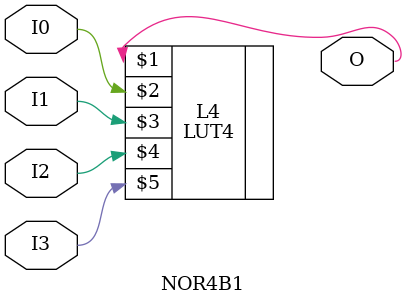
<source format=v>


`timescale  1 ps / 1 ps


module NOR4B1 (O, I0, I1, I2, I3);

    output O;

    input  I0, I1, I2, I3;

    LUT4 #(.INIT(16'h0002)) L4 (O, I0, I1, I2, I3);

endmodule

</source>
